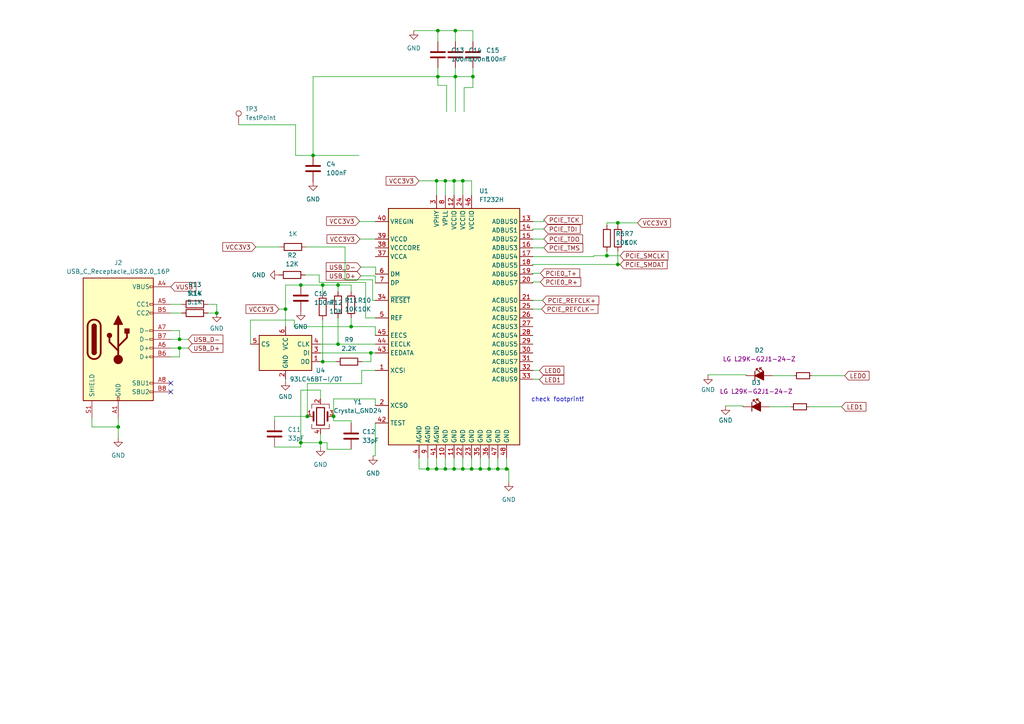
<source format=kicad_sch>
(kicad_sch (version 20230121) (generator eeschema)
  (paper "A4")
  (lib_symbols
    (symbol "Connector:TestPoint" (pin_numbers hide) (pin_names (offset 0.762) hide)
      (property "Reference" "TP" (at 0 6.858 0))
      (property "Value" "TestPoint" (at 0 5.08 0))
      (symbol "TestPoint_0_1"
        (circle (center 0 3.302) (radius 0.762))
      )
      (symbol "TestPoint_1_1"
        (pin passive line (at 0 0 90) (length 2.54) (name "1") (number "1"))
      )
    )
    (symbol "Connector:USB_C_Receptacle_USB2.0_16P" (pin_names (offset 1.016))
      (property "Reference" "J" (at 0 22.225 0))
      (property "Value" "USB_C_Receptacle_USB2.0_16P" (at 0 19.685 0))
      (symbol "USB_C_Receptacle_USB2.0_16P_0_0"
        (rectangle (start -0.254 -17.78) (end 0.254 -16.764))
        (rectangle (start 10.16 -14.986) (end 9.144 -15.494))
        (rectangle (start 10.16 -12.446) (end 9.144 -12.954))
        (rectangle (start 10.16 -4.826) (end 9.144 -5.334))
        (rectangle (start 10.16 -2.286) (end 9.144 -2.794))
        (rectangle (start 10.16 0.254) (end 9.144 -0.254))
        (rectangle (start 10.16 2.794) (end 9.144 2.286))
        (rectangle (start 10.16 7.874) (end 9.144 7.366))
        (rectangle (start 10.16 10.414) (end 9.144 9.906))
        (rectangle (start 10.16 15.494) (end 9.144 14.986))
      )
      (symbol "USB_C_Receptacle_USB2.0_16P_0_1"
        (rectangle (start -10.16 17.78) (end 10.16 -17.78) (stroke (width 0.254)) (fill (type background)))
        (arc (start -8.89 -3.81) (mid -6.985 -5.7067) (end -5.08 -3.81) (stroke (width 0.508)))
        (arc (start -7.62 -3.81) (mid -6.985 -4.4423) (end -6.35 -3.81) (stroke (width 0.254)))
        (arc (start -7.62 -3.81) (mid -6.985 -4.4423) (end -6.35 -3.81) (stroke (width 0.254)) (fill (type outline)))
        (rectangle (start -7.62 -3.81) (end -6.35 3.81) (stroke (width 0.254)) (fill (type outline)))
        (arc (start -6.35 3.81) (mid -6.985 4.4423) (end -7.62 3.81) (stroke (width 0.254)))
        (arc (start -6.35 3.81) (mid -6.985 4.4423) (end -7.62 3.81) (stroke (width 0.254)) (fill (type outline)))
        (arc (start -5.08 3.81) (mid -6.985 5.7067) (end -8.89 3.81) (stroke (width 0.508)))
        (circle (center -2.54 1.143) (radius 0.635) (stroke (width 0.254)) (fill (type outline)))
        (circle (center 0 -5.842) (radius 1.27) (fill (type outline)))
        (polyline (pts (xy -8.89 -3.81) (xy -8.89 3.81)) (stroke (width 0.508)))
        (polyline (pts (xy -5.08 3.81) (xy -5.08 -3.81)) (stroke (width 0.508)))
        (polyline (pts (xy 0 -5.842) (xy 0 4.318)) (stroke (width 0.508)))
        (polyline (pts (xy 0 -3.302) (xy -2.54 -0.762) (xy -2.54 0.508)) (stroke (width 0.508)))
        (polyline (pts (xy 0 -2.032) (xy 2.54 0.508) (xy 2.54 1.778)) (stroke (width 0.508)))
        (polyline (pts (xy -1.27 4.318) (xy 0 6.858) (xy 1.27 4.318) (xy -1.27 4.318)) (stroke (width 0.254)) (fill (type outline)))
        (rectangle (start 1.905 1.778) (end 3.175 3.048) (stroke (width 0.254)) (fill (type outline)))
      )
      (symbol "USB_C_Receptacle_USB2.0_16P_1_1"
        (pin passive line (at 0 -22.86 90) (length 5.08) (name "GND") (number "A1"))
        (pin passive line (at 0 -22.86 90) (length 5.08) hide (name "GND") (number "A12"))
        (pin passive line (at 15.24 15.24 180) (length 5.08) (name "VBUS") (number "A4"))
        (pin bidirectional line (at 15.24 10.16 180) (length 5.08) (name "CC1") (number "A5"))
        (pin bidirectional line (at 15.24 -2.54 180) (length 5.08) (name "D+") (number "A6"))
        (pin bidirectional line (at 15.24 2.54 180) (length 5.08) (name "D-") (number "A7"))
        (pin bidirectional line (at 15.24 -12.7 180) (length 5.08) (name "SBU1") (number "A8"))
        (pin passive line (at 15.24 15.24 180) (length 5.08) hide (name "VBUS") (number "A9"))
        (pin passive line (at 0 -22.86 90) (length 5.08) hide (name "GND") (number "B1"))
        (pin passive line (at 0 -22.86 90) (length 5.08) hide (name "GND") (number "B12"))
        (pin passive line (at 15.24 15.24 180) (length 5.08) hide (name "VBUS") (number "B4"))
        (pin bidirectional line (at 15.24 7.62 180) (length 5.08) (name "CC2") (number "B5"))
        (pin bidirectional line (at 15.24 -5.08 180) (length 5.08) (name "D+") (number "B6"))
        (pin bidirectional line (at 15.24 0 180) (length 5.08) (name "D-") (number "B7"))
        (pin bidirectional line (at 15.24 -15.24 180) (length 5.08) (name "SBU2") (number "B8"))
        (pin passive line (at 15.24 15.24 180) (length 5.08) hide (name "VBUS") (number "B9"))
        (pin passive line (at -7.62 -22.86 90) (length 5.08) (name "SHIELD") (number "S1"))
      )
    )
    (symbol "Device:C" (pin_numbers hide) (pin_names (offset 0.254))
      (property "Reference" "C" (at 0.635 2.54 0))
      (property "Value" "C" (at 0.635 -2.54 0))
      (symbol "C_0_1"
        (polyline (pts (xy -2.032 -0.762) (xy 2.032 -0.762)) (stroke (width 0.508)))
        (polyline (pts (xy -2.032 0.762) (xy 2.032 0.762)) (stroke (width 0.508)))
      )
      (symbol "C_1_1"
        (pin passive line (at 0 3.81 270) (length 2.794) (name "~") (number "1"))
        (pin passive line (at 0 -3.81 90) (length 2.794) (name "~") (number "2"))
      )
    )
    (symbol "Device:Crystal_GND24" (pin_names (offset 1.016) hide)
      (property "Reference" "Y" (at 3.175 5.08 0))
      (property "Value" "Crystal_GND24" (at 3.175 3.175 0))
      (symbol "Crystal_GND24_0_1"
        (rectangle (start -1.143 2.54) (end 1.143 -2.54) (stroke (width 0.3048)))
        (polyline (pts (xy -2.54 0) (xy -2.032 0)))
        (polyline (pts (xy -2.032 -1.27) (xy -2.032 1.27)) (stroke (width 0.508)))
        (polyline (pts (xy 0 -3.81) (xy 0 -3.556)))
        (polyline (pts (xy 0 3.556) (xy 0 3.81)))
        (polyline (pts (xy 2.032 -1.27) (xy 2.032 1.27)) (stroke (width 0.508)))
        (polyline (pts (xy 2.032 0) (xy 2.54 0)))
        (polyline (pts (xy -2.54 -2.286) (xy -2.54 -3.556) (xy 2.54 -3.556) (xy 2.54 -2.286)))
        (polyline (pts (xy -2.54 2.286) (xy -2.54 3.556) (xy 2.54 3.556) (xy 2.54 2.286)))
      )
      (symbol "Crystal_GND24_1_1"
        (pin passive line (at -3.81 0 0) (length 1.27) (name "1") (number "1"))
        (pin passive line (at 0 5.08 270) (length 1.27) (name "2") (number "2"))
        (pin passive line (at 3.81 0 180) (length 1.27) (name "3") (number "3"))
        (pin passive line (at 0 -5.08 90) (length 1.27) (name "4") (number "4"))
      )
    )
    (symbol "Device:R" (pin_numbers hide) (pin_names (offset 0))
      (property "Reference" "R" (at 2.032 0 90))
      (property "Value" "R" (at 0 0 90))
      (symbol "R_0_1"
        (rectangle (start -1.016 -2.54) (end 1.016 2.54) (stroke (width 0.254)))
      )
      (symbol "R_1_1"
        (pin passive line (at 0 3.81 270) (length 1.27) (name "~") (number "1"))
        (pin passive line (at 0 -3.81 90) (length 1.27) (name "~") (number "2"))
      )
    )
    (symbol "Interface_USB:FT232H"
      (property "Reference" "U" (at -19.05 35.56 0))
      (property "Value" "FT232H" (at 12.7 35.56 0))
      (symbol "FT232H_0_1"
        (rectangle (start -19.05 34.29) (end 19.05 -34.29) (stroke (width 0.254)) (fill (type background)))
      )
      (symbol "FT232H_1_1"
        (pin input line (at -22.86 -12.7 0) (length 3.81) (name "XCSI") (number "1"))
        (pin power_in line (at -2.54 -38.1 90) (length 3.81) (name "GND") (number "10"))
        (pin power_in line (at 0 -38.1 90) (length 3.81) (name "GND") (number "11"))
        (pin power_in line (at 0 38.1 270) (length 3.81) (name "VCCIO") (number "12"))
        (pin bidirectional line (at 22.86 30.48 180) (length 3.81) (name "ADBUS0") (number "13"))
        (pin bidirectional line (at 22.86 27.94 180) (length 3.81) (name "ADBUS1") (number "14"))
        (pin bidirectional line (at 22.86 25.4 180) (length 3.81) (name "ADBUS2") (number "15"))
        (pin bidirectional line (at 22.86 22.86 180) (length 3.81) (name "ADBUS3") (number "16"))
        (pin bidirectional line (at 22.86 20.32 180) (length 3.81) (name "ADBUS4") (number "17"))
        (pin bidirectional line (at 22.86 17.78 180) (length 3.81) (name "ADBUS5") (number "18"))
        (pin bidirectional line (at 22.86 15.24 180) (length 3.81) (name "ADBUS6") (number "19"))
        (pin output line (at -22.86 -22.86 0) (length 3.81) (name "XCSO") (number "2"))
        (pin bidirectional line (at 22.86 12.7 180) (length 3.81) (name "ADBUS7") (number "20"))
        (pin bidirectional line (at 22.86 7.62 180) (length 3.81) (name "ACBUS0") (number "21"))
        (pin power_in line (at 2.54 -38.1 90) (length 3.81) (name "GND") (number "22"))
        (pin power_in line (at 5.08 -38.1 90) (length 3.81) (name "GND") (number "23"))
        (pin power_in line (at 2.54 38.1 270) (length 3.81) (name "VCCIO") (number "24"))
        (pin bidirectional line (at 22.86 5.08 180) (length 3.81) (name "ACBUS1") (number "25"))
        (pin bidirectional line (at 22.86 2.54 180) (length 3.81) (name "ACBUS2") (number "26"))
        (pin bidirectional line (at 22.86 0 180) (length 3.81) (name "ACBUS3") (number "27"))
        (pin bidirectional line (at 22.86 -2.54 180) (length 3.81) (name "ACBUS4") (number "28"))
        (pin bidirectional line (at 22.86 -5.08 180) (length 3.81) (name "ACBUS5") (number "29"))
        (pin power_in line (at -5.08 38.1 270) (length 3.81) (name "VPHY") (number "3"))
        (pin bidirectional line (at 22.86 -7.62 180) (length 3.81) (name "ACBUS6") (number "30"))
        (pin bidirectional line (at 22.86 -10.16 180) (length 3.81) (name "ACBUS7") (number "31"))
        (pin bidirectional line (at 22.86 -12.7 180) (length 3.81) (name "ACBUS8") (number "32"))
        (pin bidirectional line (at 22.86 -15.24 180) (length 3.81) (name "ACBUS9") (number "33"))
        (pin input line (at -22.86 7.62 0) (length 3.81) (name "~{RESET}") (number "34"))
        (pin power_in line (at 7.62 -38.1 90) (length 3.81) (name "GND") (number "35"))
        (pin power_in line (at 10.16 -38.1 90) (length 3.81) (name "GND") (number "36"))
        (pin power_out line (at -22.86 20.32 0) (length 3.81) (name "VCCA") (number "37"))
        (pin power_out line (at -22.86 22.86 0) (length 3.81) (name "VCCCORE") (number "38"))
        (pin power_in line (at -22.86 25.4 0) (length 3.81) (name "VCCD") (number "39"))
        (pin power_in line (at -10.16 -38.1 90) (length 3.81) (name "AGND") (number "4"))
        (pin power_in line (at -22.86 30.48 0) (length 3.81) (name "VREGIN") (number "40"))
        (pin power_in line (at -5.08 -38.1 90) (length 3.81) (name "AGND") (number "41"))
        (pin input line (at -22.86 -27.94 0) (length 3.81) (name "TEST") (number "42"))
        (pin bidirectional line (at -22.86 -7.62 0) (length 3.81) (name "EEDATA") (number "43"))
        (pin input line (at -22.86 -5.08 0) (length 3.81) (name "EECLK") (number "44"))
        (pin input line (at -22.86 -2.54 0) (length 3.81) (name "EECS") (number "45"))
        (pin power_in line (at 5.08 38.1 270) (length 3.81) (name "VCCIO") (number "46"))
        (pin power_in line (at 12.7 -38.1 90) (length 3.81) (name "GND") (number "47"))
        (pin power_in line (at 15.24 -38.1 90) (length 3.81) (name "GND") (number "48"))
        (pin input line (at -22.86 2.54 0) (length 3.81) (name "REF") (number "5"))
        (pin bidirectional line (at -22.86 15.24 0) (length 3.81) (name "DM") (number "6"))
        (pin bidirectional line (at -22.86 12.7 0) (length 3.81) (name "DP") (number "7"))
        (pin power_in line (at -2.54 38.1 270) (length 3.81) (name "VPLL") (number "8"))
        (pin power_in line (at -7.62 -38.1 90) (length 3.81) (name "AGND") (number "9"))
      )
    )
    (symbol "LED_G_0603_LG_L29K-G2J1-24-Z_3" (pin_numbers hide) (pin_names hide)
      (property "Reference" "D" (at 22.86 -5.08 0))
      (property "Value" "LED_G_0603_LG_L29K-G2J1-24-Z_3" (at 22.86 -7.62 0))
      (symbol "LED_G_0603_LG_L29K-G2J1-24-Z_3_1_1"
        (polyline (pts (xy 5.08 1.27) (xy 5.08 -1.27)) (stroke (width 0.254)))
        (polyline (pts (xy 2.54 1.27) (xy 2.54 -1.27) (xy 5.08 0) (xy 2.54 1.27)) (stroke (width 0.254)) (fill (type outline)))
        (polyline (pts (xy 3.683 2.286) (xy 3.683 1.778) (xy 3.683 2.286) (xy 3.175 2.286) (xy 3.683 2.286) (xy 2.794 1.397)) (stroke (width 0.254)))
        (polyline (pts (xy 4.699 2.032) (xy 4.699 1.524) (xy 4.699 2.032) (xy 4.191 2.032) (xy 4.699 2.032) (xy 3.683 1.016)) (stroke (width 0.254)))
        (pin passive line (at 0 0 0) (length 2.54) (name "~") (number "1"))
        (pin passive line (at 7.62 0 180) (length 2.54) (name "2") (number "2"))
      )
    )
    (symbol "Memory_EEPROM:93LCxxBxxOT"
      (property "Reference" "U" (at -6.35 6.35 0))
      (property "Value" "93LCxxBxxOT" (at 7.62 -6.35 0))
      (symbol "93LCxxBxxOT_0_1"
        (rectangle (start -7.62 5.08) (end 7.62 -5.08) (stroke (width 0.254)) (fill (type background)))
      )
      (symbol "93LCxxBxxOT_1_1"
        (pin tri_state line (at 10.16 -2.54 180) (length 2.54) (name "DO") (number "1"))
        (pin power_in line (at 0 -7.62 90) (length 2.54) (name "GND") (number "2"))
        (pin input line (at 10.16 0 180) (length 2.54) (name "DI") (number "3"))
        (pin input line (at 10.16 2.54 180) (length 2.54) (name "CLK") (number "4"))
        (pin input line (at -10.16 2.54 0) (length 2.54) (name "CS") (number "5"))
        (pin power_in line (at 0 7.62 270) (length 2.54) (name "VCC") (number "6"))
      )
    )
    (symbol "R_1k_0402_3" (pin_numbers hide) (pin_names hide)
      (property "Reference" "R" (at 20.32 -5.08 0))
      (property "Val" "1k" (at 20.32 -7.62 0))
      (symbol "R_1k_0402_3_0_1"
        (rectangle (start 0.635 0.889) (end 4.445 -0.889) (stroke (width 0.254)))
      )
      (symbol "R_1k_0402_3_1_1"
        (pin passive line (at 0 0 0) (length 0.635) (name "~") (number "1"))
        (pin passive line (at 5.08 0 180) (length 0.635) (name "~") (number "2"))
      )
    )
    (symbol "power:GND" (power) (pin_names (offset 0))
      (property "Value" "GND" (at 0 -3.81 0))
      (symbol "GND_0_1"
        (polyline (pts (xy 0 0) (xy 0 -1.27) (xy 1.27 -1.27) (xy 0 -2.54) (xy -1.27 -1.27) (xy 0 -1.27)))
      )
      (symbol "GND_1_1"
        (pin power_in line (at 0 0 270) (length 0) hide (name "GND") (number "1"))
      )
    )
  )
  (junction (at 101.854 94.742))
  (junction (at 137.16 22.225))
  (junction (at 134.239 136.017))
  (junction (at 93.599 104.902))
  (junction (at 141.859 136.017))
  (junction (at 127 22.225))
  (junction (at 107.569 102.362))
  (junction (at 131.699 52.451))
  (junction (at 93.599 82.677))
  (junction (at 52.07 98.425))
  (junction (at 129.159 52.451))
  (junction (at 96.774 120.777))
  (junction (at 132.08 8.89))
  (junction (at 132.08 22.225))
  (junction (at 87.249 128.397))
  (junction (at 131.699 136.017))
  (junction (at 34.29 123.825))
  (junction (at 82.804 89.662))
  (junction (at 127 8.89))
  (junction (at 179.197 64.643))
  (junction (at 98.044 82.677))
  (junction (at 87.249 82.677))
  (junction (at 92.964 128.397))
  (junction (at 98.044 99.822))
  (junction (at 124.079 136.017))
  (junction (at 62.865 90.805))
  (junction (at 129.159 136.017))
  (junction (at 90.805 45.085))
  (junction (at 146.939 136.017))
  (junction (at 144.399 136.017))
  (junction (at 176.022 74.168))
  (junction (at 89.154 120.777))
  (junction (at 136.779 136.017))
  (junction (at 134.239 52.451))
  (junction (at 179.197 76.708))
  (junction (at 52.07 100.965))
  (junction (at 126.619 136.017))
  (junction (at 139.319 136.017))
  (junction (at 126.619 52.451))
  (no_connect (at 49.53 111.125))
  (no_connect (at 49.53 113.665))
  (wire (pts (xy 154.559 87.122) (xy 157.353 87.122)))
  (wire (pts (xy 92.964 128.397) (xy 94.869 128.397)))
  (wire (pts (xy 92.964 128.397) (xy 92.964 129.667)))
  (wire (pts (xy 205.359 108.712) (xy 216.408 108.712)))
  (wire (pts (xy 137.16 22.225) (xy 137.16 25.4)))
  (wire (pts (xy 134.239 52.451) (xy 134.239 56.642)))
  (wire (pts (xy 136.779 52.451) (xy 136.779 56.642)))
  (wire (pts (xy 108.839 82.042) (xy 108.839 80.01)))
  (wire (pts (xy 126.619 52.451) (xy 129.159 52.451)))
  (wire (pts (xy 154.559 66.421) (xy 154.559 66.802)))
  (wire (pts (xy 132.08 8.89) (xy 132.08 12.065)))
  (wire (pts (xy 121.539 136.017) (xy 124.079 136.017)))
  (wire (pts (xy 92.964 102.362) (xy 107.569 102.362)))
  (wire (pts (xy 184.912 64.643) (xy 179.197 64.643)))
  (wire (pts (xy 136.779 136.017) (xy 134.239 136.017)))
  (wire (pts (xy 98.044 99.822) (xy 108.839 99.822)))
  (wire (pts (xy 74.168 71.628) (xy 81.153 71.628)))
  (wire (pts (xy 157.734 64.262) (xy 157.734 63.754)))
  (wire (pts (xy 154.559 69.342) (xy 157.734 69.342)))
  (wire (pts (xy 132.08 19.685) (xy 132.08 22.225)))
  (wire (pts (xy 146.939 136.017) (xy 147.574 136.017)))
  (wire (pts (xy 93.599 104.902) (xy 97.409 104.902)))
  (wire (pts (xy 104.267 64.262) (xy 104.267 64.135)))
  (wire (pts (xy 129.159 52.451) (xy 129.159 56.642)))
  (wire (pts (xy 107.569 104.902) (xy 107.569 102.362)))
  (wire (pts (xy 154.559 89.662) (xy 157.099 89.662)))
  (wire (pts (xy 62.865 88.265) (xy 62.865 90.805)))
  (wire (pts (xy 107.569 102.362) (xy 108.839 102.362)))
  (wire (pts (xy 92.964 115.697) (xy 92.964 113.157)))
  (wire (pts (xy 96.774 115.697) (xy 96.774 120.777)))
  (wire (pts (xy 98.044 92.202) (xy 98.044 99.822)))
  (wire (pts (xy 94.869 130.302) (xy 94.869 128.397)))
  (wire (pts (xy 34.29 121.285) (xy 34.29 123.825)))
  (wire (pts (xy 134.239 132.842) (xy 134.239 136.017)))
  (wire (pts (xy 79.629 120.777) (xy 79.629 122.047)))
  (wire (pts (xy 101.854 122.047) (xy 101.854 122.682)))
  (wire (pts (xy 134.62 25.4) (xy 134.62 32.385)))
  (wire (pts (xy 104.902 111.252) (xy 104.902 107.442)))
  (wire (pts (xy 132.08 8.89) (xy 137.16 8.89)))
  (wire (pts (xy 88.773 71.628) (xy 100.076 71.628)))
  (wire (pts (xy 108.839 64.262) (xy 104.267 64.262)))
  (wire (pts (xy 179.197 76.708) (xy 179.832 76.708)))
  (wire (pts (xy 108.839 115.697) (xy 108.839 117.602)))
  (wire (pts (xy 156.718 79.248) (xy 154.559 79.248)))
  (wire (pts (xy 87.249 128.397) (xy 92.964 128.397)))
  (wire (pts (xy 82.804 82.677) (xy 87.249 82.677)))
  (wire (pts (xy 101.854 94.742) (xy 108.839 94.742)))
  (wire (pts (xy 129.159 136.017) (xy 129.159 132.842)))
  (wire (pts (xy 100.076 71.628) (xy 100.076 81.153)))
  (wire (pts (xy 215.519 117.729) (xy 215.519 117.983)))
  (wire (pts (xy 126.619 132.8674) (xy 126.619 136.017)))
  (wire (pts (xy 49.53 100.965) (xy 52.07 100.965)))
  (wire (pts (xy 156.464 107.442) (xy 156.464 107.4674)))
  (wire (pts (xy 98.044 82.677) (xy 98.044 84.582)))
  (wire (pts (xy 52.07 98.425) (xy 54.61 98.425)))
  (wire (pts (xy 92.964 125.857) (xy 92.964 128.397)))
  (wire (pts (xy 108.966 77.47) (xy 104.648 77.47)))
  (wire (pts (xy 92.583 79.756) (xy 92.583 81.915)))
  (wire (pts (xy 229.489 117.983) (xy 223.139 117.983)))
  (wire (pts (xy 129.54 24.765) (xy 129.54 32.385)))
  (wire (pts (xy 88.519 79.756) (xy 92.583 79.756)))
  (wire (pts (xy 179.197 64.643) (xy 179.197 65.278)))
  (wire (pts (xy 82.804 89.662) (xy 82.804 82.677)))
  (wire (pts (xy 127 12.065) (xy 127 8.89)))
  (wire (pts (xy 124.079 132.842) (xy 124.079 136.017)))
  (wire (pts (xy 131.699 52.451) (xy 134.239 52.451)))
  (wire (pts (xy 126.619 52.451) (xy 126.619 56.642)))
  (wire (pts (xy 234.569 117.983) (xy 244.094 117.983)))
  (wire (pts (xy 106.045 92.202) (xy 108.839 92.202)))
  (wire (pts (xy 52.07 103.505) (xy 49.53 103.505)))
  (wire (pts (xy 141.859 132.842) (xy 141.859 136.017)))
  (wire (pts (xy 82.804 89.662) (xy 82.804 94.742)))
  (wire (pts (xy 172.212 74.168) (xy 176.022 74.168)))
  (wire (pts (xy 89.154 111.252) (xy 104.902 111.252)))
  (wire (pts (xy 132.08 22.225) (xy 132.08 32.385)))
  (wire (pts (xy 146.939 136.017) (xy 144.399 136.017)))
  (wire (pts (xy 136.779 132.842) (xy 136.779 136.017)))
  (wire (pts (xy 79.629 129.667) (xy 87.249 129.667)))
  (wire (pts (xy 127 22.225) (xy 90.805 22.225)))
  (wire (pts (xy 139.319 132.842) (xy 139.319 136.017)))
  (wire (pts (xy 129.159 52.451) (xy 131.699 52.451)))
  (wire (pts (xy 131.699 136.017) (xy 129.159 136.017)))
  (wire (pts (xy 108.839 94.742) (xy 108.839 97.282)))
  (wire (pts (xy 60.325 90.805) (xy 62.865 90.805)))
  (wire (pts (xy 210.439 117.729) (xy 215.519 117.729)))
  (wire (pts (xy 92.964 113.157) (xy 87.249 113.157)))
  (wire (pts (xy 154.559 74.422) (xy 172.212 74.422)))
  (wire (pts (xy 126.619 136.017) (xy 129.159 136.017)))
  (wire (pts (xy 176.022 74.168) (xy 179.832 74.168)))
  (wire (pts (xy 80.899 89.662) (xy 82.804 89.662)))
  (wire (pts (xy 120.015 8.89) (xy 127 8.89)))
  (wire (pts (xy 92.964 104.902) (xy 93.599 104.902)))
  (wire (pts (xy 52.07 100.965) (xy 52.07 103.505)))
  (wire (pts (xy 101.854 82.677) (xy 101.854 84.582)))
  (wire (pts (xy 205.359 108.712) (xy 205.359 108.839)))
  (wire (pts (xy 98.044 82.677) (xy 101.854 82.677)))
  (wire (pts (xy 108.839 122.682) (xy 108.839 132.207)))
  (wire (pts (xy 87.249 82.677) (xy 93.599 82.677)))
  (wire (pts (xy 49.53 88.265) (xy 52.705 88.265)))
  (wire (pts (xy 131.699 52.451) (xy 131.699 56.642)))
  (wire (pts (xy 104.394 69.342) (xy 108.839 69.342)))
  (wire (pts (xy 89.154 111.252) (xy 89.154 120.777)))
  (wire (pts (xy 49.53 90.805) (xy 52.705 90.805)))
  (wire (pts (xy 144.399 136.017) (xy 141.859 136.017)))
  (wire (pts (xy 144.399 132.842) (xy 144.399 136.017)))
  (wire (pts (xy 124.079 136.017) (xy 126.619 136.017)))
  (wire (pts (xy 176.022 72.898) (xy 176.022 74.168)))
  (wire (pts (xy 26.67 123.825) (xy 34.29 123.825)))
  (wire (pts (xy 92.583 81.915) (xy 106.045 81.915)))
  (wire (pts (xy 101.854 92.202) (xy 101.854 94.742)))
  (wire (pts (xy 52.07 100.965) (xy 54.61 100.965)))
  (wire (pts (xy 216.408 108.712) (xy 216.408 108.966)))
  (wire (pts (xy 106.045 81.915) (xy 106.045 92.202)))
  (wire (pts (xy 157.734 66.421) (xy 154.559 66.421)))
  (wire (pts (xy 134.239 52.451) (xy 136.779 52.451)))
  (wire (pts (xy 127 8.89) (xy 132.08 8.89)))
  (wire (pts (xy 108.839 132.207) (xy 108.204 132.207)))
  (wire (pts (xy 154.559 76.708) (xy 179.197 76.708)))
  (wire (pts (xy 87.249 128.397) (xy 87.249 129.667)))
  (wire (pts (xy 49.53 98.425) (xy 52.07 98.425)))
  (wire (pts (xy 179.197 64.643) (xy 176.022 64.643)))
  (wire (pts (xy 132.08 22.225) (xy 137.16 22.225)))
  (wire (pts (xy 154.559 71.882) (xy 157.734 71.882)))
  (wire (pts (xy 69.215 36.195) (xy 85.725 36.195)))
  (wire (pts (xy 108.077 87.122) (xy 108.839 87.122)))
  (wire (pts (xy 154.559 81.788) (xy 154.559 82.042)))
  (wire (pts (xy 137.16 8.89) (xy 137.16 12.065)))
  (wire (pts (xy 230.378 108.966) (xy 224.028 108.966)))
  (wire (pts (xy 121.539 52.451) (xy 126.619 52.451)))
  (wire (pts (xy 141.859 136.017) (xy 139.319 136.017)))
  (wire (pts (xy 108.966 79.502) (xy 108.966 77.47)))
  (wire (pts (xy 108.966 79.502) (xy 108.839 79.502)))
  (wire (pts (xy 137.16 19.685) (xy 137.16 22.225)))
  (wire (pts (xy 85.725 45.085) (xy 90.805 45.085)))
  (wire (pts (xy 93.599 82.677) (xy 98.044 82.677)))
  (wire (pts (xy 87.249 113.157) (xy 87.249 128.397)))
  (wire (pts (xy 101.854 122.047) (xy 96.774 122.047)))
  (wire (pts (xy 127 24.765) (xy 129.54 24.765)))
  (wire (pts (xy 93.599 82.677) (xy 93.599 85.217)))
  (wire (pts (xy 96.774 122.047) (xy 96.774 120.777)))
  (wire (pts (xy 82.804 109.982) (xy 82.804 110.617)))
  (wire (pts (xy 131.699 132.842) (xy 131.699 136.017)))
  (wire (pts (xy 96.774 115.697) (xy 108.839 115.697)))
  (wire (pts (xy 49.53 95.885) (xy 52.07 95.885)))
  (wire (pts (xy 127 22.225) (xy 132.08 22.225)))
  (wire (pts (xy 60.325 88.265) (xy 62.865 88.265)))
  (wire (pts (xy 85.725 36.195) (xy 85.725 45.085)))
  (wire (pts (xy 89.154 120.777) (xy 79.629 120.777)))
  (wire (pts (xy 154.559 109.982) (xy 156.464 109.982)))
  (wire (pts (xy 108.839 80.01) (xy 104.648 80.01)))
  (wire (pts (xy 93.599 92.837) (xy 93.599 104.902)))
  (wire (pts (xy 139.319 136.017) (xy 136.779 136.017)))
  (wire (pts (xy 121.539 132.842) (xy 121.539 136.017)))
  (wire (pts (xy 92.964 99.822) (xy 98.044 99.822)))
  (wire (pts (xy 72.644 92.837) (xy 72.644 99.822)))
  (wire (pts (xy 100.076 81.153) (xy 108.077 81.153)))
  (wire (pts (xy 85.344 92.837) (xy 85.344 94.742)))
  (wire (pts (xy 154.559 79.248) (xy 154.559 79.502)))
  (wire (pts (xy 154.559 64.262) (xy 157.734 64.262)))
  (wire (pts (xy 85.344 94.742) (xy 101.854 94.742)))
  (wire (pts (xy 134.239 136.017) (xy 131.699 136.017)))
  (wire (pts (xy 108.839 107.442) (xy 104.902 107.442)))
  (wire (pts (xy 156.464 109.982) (xy 156.464 110.1344)))
  (wire (pts (xy 137.16 25.4) (xy 134.62 25.4)))
  (wire (pts (xy 154.559 76.708) (xy 154.559 76.962)))
  (wire (pts (xy 235.458 108.966) (xy 244.983 108.966)))
  (wire (pts (xy 108.077 81.153) (xy 108.077 87.122)))
  (wire (pts (xy 101.854 130.302) (xy 94.869 130.302)))
  (wire (pts (xy 146.939 132.842) (xy 146.939 136.017)))
  (wire (pts (xy 176.022 64.643) (xy 176.022 65.278)))
  (wire (pts (xy 156.718 81.788) (xy 154.559 81.788)))
  (wire (pts (xy 34.29 123.825) (xy 34.29 127)))
  (wire (pts (xy 90.805 45.085) (xy 104.14 45.085)))
  (wire (pts (xy 26.67 121.285) (xy 26.67 123.825)))
  (wire (pts (xy 154.559 107.442) (xy 156.464 107.442)))
  (wire (pts (xy 105.029 104.902) (xy 107.569 104.902)))
  (wire (pts (xy 52.07 95.885) (xy 52.07 98.425)))
  (wire (pts (xy 179.197 72.898) (xy 179.197 76.708)))
  (wire (pts (xy 72.644 92.837) (xy 85.344 92.837)))
  (wire (pts (xy 127 22.225) (xy 127 24.765)))
  (wire (pts (xy 127 19.685) (xy 127 22.225)))
  (wire (pts (xy 172.212 74.422) (xy 172.212 74.168)))
  (wire (pts (xy 147.574 136.017) (xy 147.574 139.827)))
  (wire (pts (xy 90.805 22.225) (xy 90.805 45.085)))
  (text "check footprint!" (at 154.051 116.713 0) (effects (font (size 1.27 1.27)) (justify left bottom)))
  (global_label "VCC3V3" (shape input) (at 80.899 89.662 180) (property "Intersheetrefs" "${INTERSHEET_REFS}" (effects hide)))
  (global_label "LED0" (shape input) (at 156.464 107.4674 0) (property "Intersheetrefs" "${INTERSHEET_REFS}" (effects hide)))
  (global_label "VCC3V3" (shape input) (at 74.168 71.628 180) (property "Intersheetrefs" "${INTERSHEET_REFS}" (effects hide)))
  (global_label "PCIE0_T+" (shape input) (at 156.718 79.248 0) (property "Intersheetrefs" "${INTERSHEET_REFS}" (effects hide)))
  (global_label "VCC3V3" (shape input) (at 121.539 52.451 180) (property "Intersheetrefs" "${INTERSHEET_REFS}" (effects hide)))
  (global_label "VCC3V3" (shape input) (at 104.394 69.342 180) (property "Intersheetrefs" "${INTERSHEET_REFS}" (effects hide)))
  (global_label "PCIE0_R+" (shape input) (at 156.718 81.788 0) (property "Intersheetrefs" "${INTERSHEET_REFS}" (effects hide)))
  (global_label "USB_D-" (shape input) (at 54.61 98.425 0) (property "Intersheetrefs" "${INTERSHEET_REFS}" (effects hide)))
  (global_label "PCIE_TDO" (shape input) (at 157.734 69.342 0) (property "Intersheetrefs" "${INTERSHEET_REFS}" (effects hide)))
  (global_label "PCIE_TCK" (shape input) (at 157.734 63.754 0) (property "Intersheetrefs" "${INTERSHEET_REFS}" (effects hide)))
  (global_label "VCC3V3" (shape input) (at 104.267 64.135 180) (property "Intersheetrefs" "${INTERSHEET_REFS}" (effects hide)))
  (global_label "PCIE_SMCLK" (shape input) (at 179.832 74.168 0) (property "Intersheetrefs" "${INTERSHEET_REFS}" (effects hide)))
  (global_label "USB_D-" (shape input) (at 104.648 77.47 180) (property "Intersheetrefs" "${INTERSHEET_REFS}" (effects hide)))
  (global_label "USB_D+" (shape input) (at 104.648 80.01 180) (property "Intersheetrefs" "${INTERSHEET_REFS}" (effects hide)))
  (global_label "VCC3V3" (shape input) (at 184.912 64.643 0) (property "Intersheetrefs" "${INTERSHEET_REFS}" (effects hide)))
  (global_label "PCIE_REFCLK-" (shape input) (at 157.099 89.662 0) (property "Intersheetrefs" "${INTERSHEET_REFS}" (effects hide)))
  (global_label "LED1" (shape input) (at 244.094 117.983 0) (property "Intersheetrefs" "${INTERSHEET_REFS}" (effects hide)))
  (global_label "PCIE_TDI" (shape input) (at 157.734 66.421 0) (property "Intersheetrefs" "${INTERSHEET_REFS}" (effects hide)))
  (global_label "LED1" (shape input) (at 156.464 110.1344 0) (property "Intersheetrefs" "${INTERSHEET_REFS}" (effects hide)))
  (global_label "LED0" (shape input) (at 244.983 108.966 0) (property "Intersheetrefs" "${INTERSHEET_REFS}" (effects hide)))
  (global_label "VUSB" (shape input) (at 49.53 83.185 0) (property "Intersheetrefs" "${INTERSHEET_REFS}" (effects hide)))
  (global_label "PCIE_SMDAT" (shape input) (at 179.832 76.708 0) (property "Intersheetrefs" "${INTERSHEET_REFS}" (effects hide)))
  (global_label "PCIE_TMS" (shape input) (at 157.734 71.882 0) (property "Intersheetrefs" "${INTERSHEET_REFS}" (effects hide)))
  (global_label "USB_D+" (shape input) (at 54.61 100.965 0) (property "Intersheetrefs" "${INTERSHEET_REFS}" (effects hide)))
  (global_label "PCIE_REFCLK+" (shape input) (at 157.353 87.122 0) (property "Intersheetrefs" "${INTERSHEET_REFS}" (effects hide)))
  (symbol (lib_id "Interface_USB:FT232H") (at 131.699 94.742 0) (unit 1)
    (property "Reference" "U1" (at 138.9731 55.372 0) (effects (justify left)))
    (property "Value" "FT232H" (at 138.9731 57.912 0) (effects (justify left)))
    (property "Footprint" "Package_DFN_QFN:QFN-48-1EP_7x7mm_P0.5mm_EP3.5x3.5mm" (effects hide))
    (property "Datasheet" "https://www.ftdichip.com/Support/Documents/DataSheets/ICs/DS_FT232H.pdf" (effects hide))
    (property "LCSC" "C51997" (effects hide))
  )
  (symbol (lib_id "Device:C") (at 127 15.875 0) (unit 1)
    (property "Reference" "C13" (at 130.81 14.605 0) (effects (justify left)))
    (property "Value" "100nF" (at 130.81 17.145 0) (effects (justify left)))
    (property "Footprint" "Capacitor_SMD:C_0402_1005Metric" (effects hide))
    (property "LCSC" "C1525" (effects hide))
  )
  (symbol (lib_id "Device:C") (at 132.08 15.875 0) (unit 1)
    (property "Reference" "C14" (at 135.89 14.605 0) (effects (justify left)))
    (property "Value" "100nF" (at 135.89 17.145 0) (effects (justify left)))
    (property "Footprint" "Capacitor_SMD:C_0402_1005Metric" (effects hide))
    (property "LCSC" "C1525" (effects hide))
  )
  (symbol (lib_id "power:GND") (at 147.574 139.827 0) (unit 1)
    (property "Reference" "#PWR013" (effects hide))
    (property "Value" "GND" (at 147.574 144.907 0))
  )
  (symbol (lib_id "Device:R") (at 56.515 88.265 270) (unit 1)
    (property "Reference" "R13" (at 56.515 82.55 90))
    (property "Value" "5.1K" (at 56.515 85.09 90))
    (property "Footprint" "Resistor_SMD:R_0402_1005Metric" (effects hide))
    (property "LCSC" "C25905" (effects hide))
  )
  (symbol (lib_id "Device:C") (at 87.249 86.487 0) (unit 1)
    (property "Reference" "C16" (at 91.059 85.217 0) (effects (justify left)))
    (property "Value" "100nF" (at 91.059 87.757 0) (effects (justify left)))
    (property "Footprint" "Capacitor_SMD:C_0402_1005Metric" (effects hide))
    (property "LCSC" "C1525" (effects hide))
  )
  (symbol (lib_id "power:GND") (at 205.359 108.839 0) (unit 1)
    (property "Reference" "#PWR024" (effects hide))
    (property "Value" "GND" (at 205.359 113.03 0))
  )
  (symbol (lib_id "power:GND") (at 82.804 110.617 0) (unit 1)
    (property "Reference" "#PWR019" (effects hide))
    (property "Value" "GND" (at 82.804 115.062 0))
  )
  (symbol (lib_id "power:GND") (at 87.249 90.297 0) (unit 1)
    (property "Reference" "#PWR018" (effects hide))
    (property "Value" "GND" (at 87.249 94.742 0))
  )
  (symbol (lib_name "LED_G_0603_LG_L29K-G2J1-24-Z_3") (lib_id "antmicroLEDIndicationDiscrete:LED_G_0603_LG_L29K-G2J1-24-Z") (at 224.028 108.966 0) (mirror y) (unit 1)
    (property "Reference" "D2" (at 220.218 101.6 0))
    (property "Value" "LED_G_0603_LG_L29K-G2J1-24-Z" (effects hide))
    (property "Footprint" "LED_SMD:LED_0805_2012Metric" (effects hide))
    (property "Datasheet" "https://dammedia.osram.info/media/resource/hires/osram-dam-2493945/LG%20L29K.pdf" (effects hide))
    (property "MPN" "LG L29K-G2J1-24-Z" (at 220.218 104.14 0))
    (property "Manufacturer" "Osram" (effects hide))
    (property "Author" "Antmicro" (effects hide))
    (property "License" "Apache-2.0" (effects hide))
    (property "LCSC" "C2297" (effects hide))
  )
  (symbol (lib_id "Connector:TestPoint") (at 69.215 36.195 0) (unit 1)
    (property "Reference" "TP3" (at 71.12 31.623 0) (effects (justify left)))
    (property "Value" "TestPoint" (at 71.12 34.163 0) (effects (justify left)))
    (property "Footprint" "TestPoint:TestPoint_Pad_D1.0mm" (effects hide))
  )
  (symbol (lib_id "power:GND") (at 120.015 8.89 0) (unit 1)
    (property "Reference" "#PWR016" (effects hide))
    (property "Value" "GND" (at 120.015 13.97 0))
  )
  (symbol (lib_name "LED_G_0603_LG_L29K-G2J1-24-Z_3") (lib_id "antmicroLEDIndicationDiscrete:LED_G_0603_LG_L29K-G2J1-24-Z") (at 223.139 117.983 0) (mirror y) (unit 1)
    (property "Reference" "D3" (at 219.329 110.998 0))
    (property "Value" "LED_G_0603_LG_L29K-G2J1-24-Z" (effects hide))
    (property "Footprint" "LED_SMD:LED_0805_2012Metric" (effects hide))
    (property "Datasheet" "https://dammedia.osram.info/media/resource/hires/osram-dam-2493945/LG%20L29K.pdf" (effects hide))
    (property "MPN" "LG L29K-G2J1-24-Z" (at 219.329 113.538 0))
    (property "Manufacturer" "Osram" (effects hide))
    (property "Author" "Antmicro" (effects hide))
    (property "License" "Apache-2.0" (effects hide))
    (property "LCSC" "C84256" (effects hide))
  )
  (symbol (lib_id "Device:C") (at 101.854 126.492 0) (unit 1)
    (property "Reference" "C12" (at 105.029 125.222 0) (effects (justify left)))
    (property "Value" "33pF" (at 105.029 127.762 0) (effects (justify left)))
    (property "Footprint" "Capacitor_SMD:C_0402_1005Metric" (effects hide))
    (property "LCSC" "C1562" (effects hide))
  )
  (symbol (lib_id "power:GND") (at 62.865 90.805 0) (unit 1)
    (property "Reference" "#PWR09" (effects hide))
    (property "Value" "GND" (at 62.865 95.25 0))
  )
  (symbol (lib_id "power:GND") (at 90.805 52.705 0) (unit 1)
    (property "Reference" "#PWR06" (effects hide))
    (property "Value" "GND" (at 90.805 57.785 0))
  )
  (symbol (lib_id "power:GND") (at 34.29 127 0) (unit 1)
    (property "Reference" "#PWR011" (effects hide))
    (property "Value" "GND" (at 34.29 132.08 0))
  )
  (symbol (lib_id "Device:C") (at 90.805 48.895 0) (unit 1)
    (property "Reference" "C4" (at 94.615 47.625 0) (effects (justify left)))
    (property "Value" "100nF" (at 94.615 50.165 0) (effects (justify left)))
    (property "Footprint" "Capacitor_SMD:C_0402_1005Metric" (effects hide))
    (property "LCSC" "C1525" (effects hide))
  )
  (symbol (lib_id "power:GND") (at 92.964 129.667 0) (unit 1)
    (property "Reference" "#PWR012" (effects hide))
    (property "Value" "GND" (at 92.964 134.747 0))
  )
  (symbol (lib_id "Memory_EEPROM:93LCxxBxxOT") (at 82.804 102.362 0) (unit 1)
    (property "Reference" "U4" (at 92.964 107.442 0))
    (property "Value" "93LC46BT-I/OT" (at 91.694 109.982 0))
    (property "Footprint" "Package_TO_SOT_SMD:SOT-23-6" (effects hide))
    (property "Datasheet" "http://ww1.microchip.com/downloads/en/DeviceDoc/20001749K.pdf" (effects hide))
    (property "P/N" "93LC56BT-I/OT" (effects hide))
    (property "LCSC" "C190271" (effects hide))
    (property "Key" "eeprom-sot23-6-93c46b" (effects hide))
  )
  (symbol (lib_name "R_1k_0402_3") (lib_id "antmicroResistors0402:R_1k_0402") (at 235.458 108.966 180) (unit 1)
    (property "Reference" "R17" (effects hide))
    (property "Value" "330R" (effects hide))
    (property "Footprint" "Resistor_SMD:R_0402_1005Metric" (effects hide))
    (property "Datasheet" "https://www.bourns.com/docs/product-datasheets/cr.pdf" (effects hide))
    (property "Manufacturer" "Bourns" (effects hide))
    (property "MPN" "CR0402-FX-1001GLF" (effects hide))
    (property "License" "Apache-2.0" (effects hide))
    (property "Author" "Antmicro" (effects hide))
    (property "Tolerance" "1%" (effects hide))
    (property "LCSC" "C25104" (effects hide))
  )
  (symbol (lib_id "Device:C") (at 137.16 15.875 0) (unit 1)
    (property "Reference" "C15" (at 140.97 14.605 0) (effects (justify left)))
    (property "Value" "100nF" (at 140.97 17.145 0) (effects (justify left)))
    (property "Footprint" "Capacitor_SMD:C_0402_1005Metric" (effects hide))
    (property "LCSC" "C1525" (effects hide))
  )
  (symbol (lib_id "Device:R") (at 93.599 89.027 180) (unit 1)
    (property "Reference" "R12" (at 95.504 87.757 0) (effects (justify right)))
    (property "Value" "10K" (at 95.504 90.297 0) (effects (justify right)))
    (property "Footprint" "Resistor_SMD:R_0402_1005Metric" (effects hide))
    (property "LCSC" "C25744" (effects hide))
  )
  (symbol (lib_id "Connector:USB_C_Receptacle_USB2.0_16P") (at 34.29 98.425 0) (unit 1)
    (property "Reference" "J2" (at 34.29 76.2 0))
    (property "Value" "USB_C_Receptacle_USB2.0_16P" (at 34.29 78.74 0))
    (property "Footprint" "Connector_USB:USB_C_Receptacle_XKB_U262-16XN-4BVC11" (effects hide))
    (property "Datasheet" "https://www.usb.org/sites/default/files/documents/usb_type-c.zip" (effects hide))
    (property "LCSC" "C165948" (effects hide))
  )
  (symbol (lib_id "Device:R") (at 179.197 69.088 0) (unit 1)
    (property "Reference" "R7" (at 181.102 67.818 0) (effects (justify left)))
    (property "Value" "10K" (at 181.102 70.358 0) (effects (justify left)))
    (property "Footprint" "Resistor_SMD:R_0402_1005Metric" (effects hide))
    (property "LCSC" "C25744" (effects hide))
  )
  (symbol (lib_id "power:GND") (at 210.439 117.729 0) (unit 1)
    (property "Reference" "#PWR025" (effects hide))
    (property "Value" "GND" (at 210.439 121.92 0))
  )
  (symbol (lib_id "Device:R") (at 176.022 69.088 0) (unit 1)
    (property "Reference" "R6" (at 178.562 67.818 0) (effects (justify left)))
    (property "Value" "10K" (at 178.562 70.358 0) (effects (justify left)))
    (property "Footprint" "Resistor_SMD:R_0402_1005Metric" (effects hide))
    (property "LCSC" "C25744" (effects hide))
  )
  (symbol (lib_id "Device:R") (at 84.709 79.756 90) (unit 1)
    (property "Reference" "R2" (at 84.709 74.041 90))
    (property "Value" "12K" (at 84.709 76.581 90))
    (property "Footprint" "Resistor_SMD:R_0402_1005Metric" (effects hide))
    (property "LCSC" "C25752" (effects hide))
  )
  (symbol (lib_name "R_1k_0402_3") (lib_id "antmicroResistors0402:R_1k_0402") (at 234.569 117.983 180) (unit 1)
    (property "Reference" "R16" (effects hide))
    (property "Value" "330R" (effects hide))
    (property "Footprint" "Resistor_SMD:R_0402_1005Metric" (effects hide))
    (property "Datasheet" "https://www.bourns.com/docs/product-datasheets/cr.pdf" (effects hide))
    (property "Manufacturer" "Bourns" (effects hide))
    (property "MPN" "CR0402-FX-1001GLF" (effects hide))
    (property "License" "Apache-2.0" (effects hide))
    (property "Author" "Antmicro" (effects hide))
    (property "Tolerance" "1%" (effects hide))
    (property "LCSC" "C25104" (effects hide))
  )
  (symbol (lib_id "Device:R") (at 56.515 90.805 270) (unit 1)
    (property "Reference" "R14" (at 56.515 85.09 90))
    (property "Value" "5.1K" (at 56.515 87.63 90))
    (property "Footprint" "Resistor_SMD:R_0402_1005Metric" (effects hide))
    (property "LCSC" "C25905" (effects hide))
  )
  (symbol (lib_id "power:GND") (at 80.899 79.756 270) (unit 1)
    (property "Reference" "#PWR07" (effects hide))
    (property "Value" "GND" (at 77.089 79.756 90) (effects (justify right)))
  )
  (symbol (lib_id "Device:R") (at 84.963 71.628 90) (unit 1)
    (property "Reference" "R8" (effects hide))
    (property "Value" "1K" (at 84.963 67.818 90))
    (property "Footprint" "Resistor_SMD:R_0402_1005Metric" (effects hide))
    (property "LCSC" "C11702" (effects hide))
  )
  (symbol (lib_id "Device:R") (at 101.219 104.902 90) (unit 1)
    (property "Reference" "R9" (at 101.219 98.552 90))
    (property "Value" "2.2K" (at 101.219 101.092 90))
    (property "Footprint" "Resistor_SMD:R_0402_1005Metric" (effects hide))
    (property "LCSC" "C25879" (effects hide))
  )
  (symbol (lib_id "power:GND") (at 108.204 132.207 0) (unit 1)
    (property "Reference" "#PWR017" (effects hide))
    (property "Value" "GND" (at 108.204 137.287 0))
  )
  (symbol (lib_id "Device:R") (at 98.044 88.392 180) (unit 1)
    (property "Reference" "R11" (at 99.949 87.122 0) (effects (justify right)))
    (property "Value" "10K" (at 99.949 89.662 0) (effects (justify right)))
    (property "Footprint" "Resistor_SMD:R_0402_1005Metric" (effects hide))
    (property "LCSC" "C25744" (effects hide))
  )
  (symbol (lib_id "Device:R") (at 101.854 88.392 180) (unit 1)
    (property "Reference" "R10" (at 103.759 87.122 0) (effects (justify right)))
    (property "Value" "10K" (at 103.759 89.662 0) (effects (justify right)))
    (property "Footprint" "Resistor_SMD:R_0402_1005Metric" (effects hide))
    (property "LCSC" "C25744" (effects hide))
  )
  (symbol (lib_id "Device:Crystal_GND24") (at 92.964 120.777 0) (unit 1)
    (property "Reference" "Y1" (at 103.759 116.5861 0))
    (property "Value" "Crystal_GND24" (at 103.759 119.1261 0))
    (property "Footprint" "Crystal:Crystal_SMD_3225-4Pin_3.2x2.5mm" (effects hide))
    (property "LCSC" "C9002" (effects hide))
  )
  (symbol (lib_id "Device:C") (at 79.629 125.857 0) (unit 1)
    (property "Reference" "C11" (at 83.439 124.587 0) (effects (justify left)))
    (property "Value" "33pF" (at 83.439 127.127 0) (effects (justify left)))
    (property "Footprint" "Capacitor_SMD:C_0402_1005Metric" (effects hide))
    (property "LCSC" "C1562" (effects hide))
  )
)
</source>
